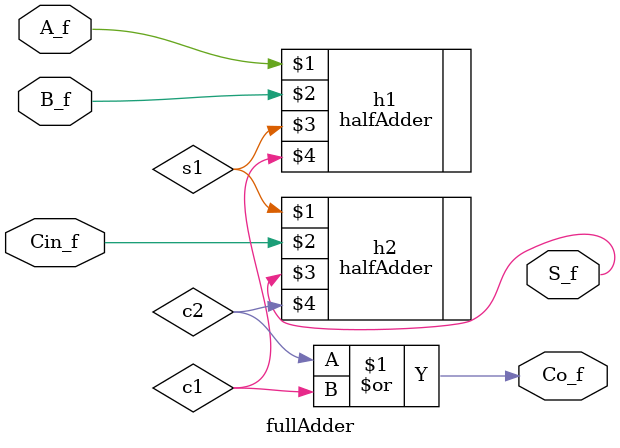
<source format=v>
`timescale 1ns / 1ps

module fullAdder(
    input A_f,
    input B_f,
    input Cin_f,
    output S_f,
    output Co_f
    );
    wire s1,c1,c2;
    halfAdder h1(A_f,B_f,s1,c1);
    halfAdder h2(s1,Cin_f,S_f,c2);
    
    assign Co_f = c2 | c1;
endmodule
</source>
